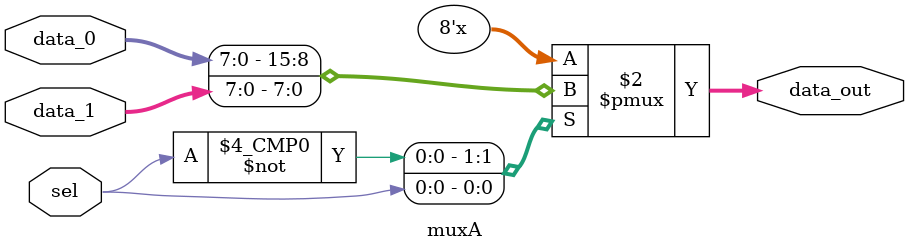
<source format=v>
`timescale 1ns / 1ps
module muxA (
    input [MUX_BIT_WIDTH-1:0] data_0,
    input [MUX_BIT_WIDTH-1:0] data_1,
    input sel,
    output reg [MUX_BIT_WIDTH-1:0] data_out
);

	
	parameter MUX_BIT_WIDTH = 8;

	// Case Statement for MUX Logic

	always @ (*)
	begin
		 case(sel)
			  0: data_out = data_0;
			  1: data_out = data_1;
		 endcase
	end
endmodule
</source>
